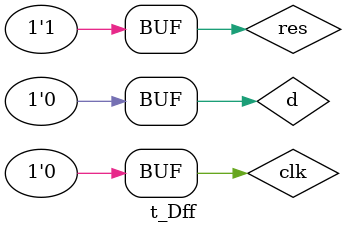
<source format=v>
/**
*	Test bench for D flip-flop
*	By: Omkar Prabhu 16CO233
*	15th October 2017
*/

`timescale 1ns/100ps

module t_Dff;

	// outputs 
	wire q;
	wire qn;
	// inputs 
	reg d;
	reg clk;
	// active low reset input 
	reg res;
	// D flip-flop thread instantiated
	Dff inst (q, qn, d, clk, res);
	
	// check for various input combinations
	initial begin
	
		$dumpfile("Dff.vcd");
		$dumpvars(0, t_Dff);
		
		d = 1'b0;
		clk = 1'b0;
		res = 1'b1;
			
		#6
			d = 1'b1;			
		#6
			d = 1'b0;
		#6
			d = 1'b0;
		#6; 
			d = 1'b1;
		#6;
			res = 1'b0;
			d = 1'b1;
		#6;
			d = 1'b0;
		#6;
		
		#6
			d = 1'b1;			
		#6
			d = 1'b0;
		#6
			d = 1'b0;
		#6;
			res = 1'b1;
			d = 1'b0;
		#6;
			d = 1'b1;
		#6;
			d = 1'b0;
		#6;
		#6
			d = 1'b1;			
		#6
			d = 1'b1;
		#6
			d = 1'b1;
		#6;
			d = 1'b0;
		#6;
			d = 1'b1;
		#6;
		#6;
			d = 1'b0;
		#6;
		#6;
			d = 1'b1;			
		#6
			d = 1'b0;
		#6
			d = 1'b1;
		#6;
			d = 1'b1;
		#6;
			d = 1'b1;
		#6;
			d = 1'b0;
		#6;
			
	end	
	
	initial begin
		repeat (30) begin
			#5 clk = ~ clk;
		end
	end
	
	// print result
	initial begin
		$monitor("%t: d: %b clk: %b reset : %b \t\t\t q: %b q': %b\n", $time, d, clk, res, q, qn);	
	end
	
	
endmodule	

</source>
